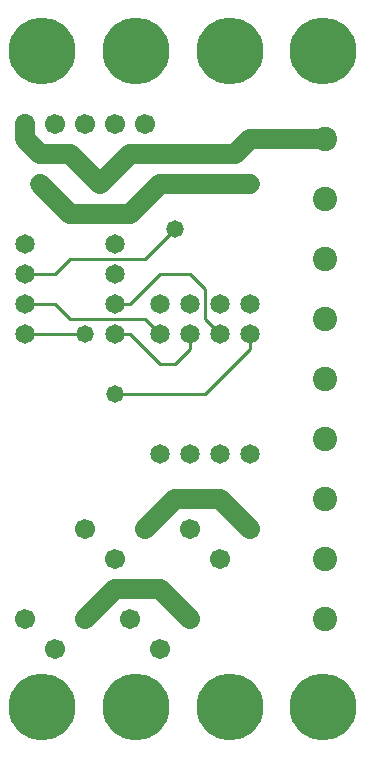
<source format=gbl>
%MOIN*%
%FSLAX25Y25*%
G04 D10 used for Character Trace; *
G04     Circle (OD=.01000) (No hole)*
G04 D11 used for Power Trace; *
G04     Circle (OD=.06700) (No hole)*
G04 D12 used for Signal Trace; *
G04     Circle (OD=.01100) (No hole)*
G04 D13 used for Via; *
G04     Circle (OD=.05800) (Round. Hole ID=.02800)*
G04 D14 used for Component hole; *
G04     Circle (OD=.06500) (Round. Hole ID=.03500)*
G04 D15 used for Component hole; *
G04     Circle (OD=.06700) (Round. Hole ID=.04300)*
G04 D16 used for Component hole; *
G04     Circle (OD=.08100) (Round. Hole ID=.05100)*
G04 D17 used for Component hole; *
G04     Circle (OD=.08900) (Round. Hole ID=.05900)*
G04 D18 used for Component hole; *
G04     Circle (OD=.11300) (Round. Hole ID=.08300)*
G04 D19 used for Component hole; *
G04     Circle (OD=.16000) (Round. Hole ID=.13000)*
G04 D20 used for Component hole; *
G04     Circle (OD=.18300) (Round. Hole ID=.15300)*
G04 D21 used for Component hole; *
G04     Circle (OD=.22291) (Round. Hole ID=.19291)*
%ADD10C,.01000*%
%ADD11C,.06700*%
%ADD12C,.01100*%
%ADD13C,.05800*%
%ADD14C,.06500*%
%ADD15C,.06700*%
%ADD16C,.08100*%
%ADD17C,.08900*%
%ADD18C,.11300*%
%ADD19C,.16000*%
%ADD20C,.18300*%
%ADD21C,.22291*%
%IPPOS*%
%LPD*%
G90*X0Y0D02*D21*X15625Y15625D03*D15*              
X20000Y35000D03*X45000Y45000D03*X30000D03*D11*    
X40000Y55000D01*X55000D01*X65000Y45000D01*D15*D03*
X55000Y35000D03*X75000Y65000D03*X40000D03*        
X85000Y75000D03*D11*X75000Y85000D01*X60000D01*    
X50000Y75000D01*D15*D03*X65000D03*X30000D03*D14*  
X75000Y100000D03*X65000D03*X55000D03*X85000D03*   
D15*X10000Y45000D03*D12*X40000Y120000D02*         
X70000D01*D13*X40000D03*D12*X55000Y130000D02*     
X60000D01*X65000Y135000D01*Y140000D01*D14*D03*D12*
X75000D02*X70000Y145000D01*D14*X75000Y140000D03*  
D12*X70000Y145000D02*Y155000D01*X65000Y160000D01* 
X55000D01*X45000Y150000D01*X40000D01*D14*D03*D13* 
X30000Y140000D03*D12*X10000D01*D14*D03*D12*       
X25000Y145000D02*X20000Y150000D01*                
X25000Y145000D02*X50000D01*X55000Y140000D01*D14*  
D03*X65000Y150000D03*X55000D03*D12*Y130000D02*    
X45000Y140000D01*X40000D01*D14*D03*D12*           
X10000Y160000D02*X20000D01*D14*X10000D03*D12*     
Y150000D02*X20000D01*D14*X10000D03*D12*           
X20000Y160000D02*X25000Y165000D01*X50000D01*      
X60000Y175000D01*D13*D03*D14*X75000Y190000D03*D11*
X65000D01*D14*D03*D11*X55000D01*D14*D03*D11*      
X45000Y180000D01*X25000D01*X15000Y190000D01*D14*  
D03*D11*X35000D02*X25000Y200000D01*D14*           
X35000Y190000D03*D11*X45000Y200000D01*X80000D01*  
X85000Y205000D01*X110000D01*D16*D03*Y185000D03*   
D14*X85000Y190000D03*D11*X75000D01*D15*           
X50000Y210000D03*D16*X110000Y165000D03*D15*       
X40000Y210000D03*D14*Y170000D03*Y160000D03*       
X75000Y150000D03*X85000D03*D21*X109375Y234375D03* 
D15*X30000Y210000D03*D21*X78125Y234375D03*        
X46875D03*D16*X110000Y145000D03*D11*              
X15000Y200000D02*X25000D01*X15000D02*             
X10000Y205000D01*Y210000D01*D15*D03*X20000D03*D21*
X15625Y234375D03*D14*X10000Y170000D03*D12*        
X70000Y120000D02*X85000Y135000D01*Y140000D01*D14* 
D03*D16*X110000Y125000D03*Y105000D03*Y85000D03*   
Y65000D03*Y45000D03*D21*X46875Y15625D03*X78125D03*
X109375D03*M02*                                   

</source>
